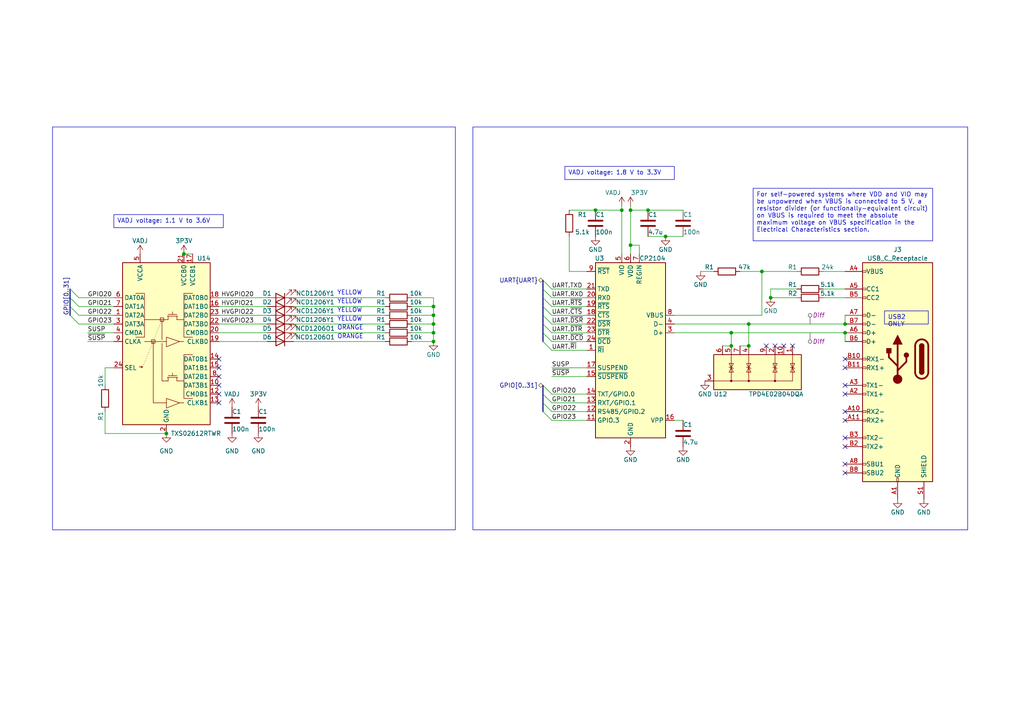
<source format=kicad_sch>
(kicad_sch (version 20230121) (generator eeschema)
  (paper "A4")
  (title_block (title "UART") (date "2023-03-02") (rev "1.0.0") (company "CHIPS Alliance") (comment 1 "Rui Huang (2023-03-02)") (comment 2 "Rui Huang (2023-03-02)") (comment 4 "Rui Huang (2023-03-02)"))
  (lib_symbols
    (symbol "CHIPSAlliance_Connector:USB_C_Receptacle" (pin_names (offset 1.016))
      (property "Reference" "J" (at 0 1.27 0))
      (property "Value" "USB_C_Receptacle" (at 0 -64.77 0))
      (symbol "USB_C_Receptacle_0_0"
        (rectangle (start 9.906 -63.5) (end 10.414 -62.484))
        (rectangle (start 20.32 -60.706) (end 19.304 -61.214))
        (rectangle (start 20.32 -58.166) (end 19.304 -58.674))
        (rectangle (start 20.32 -53.086) (end 19.304 -53.594))
        (rectangle (start 20.32 -50.546) (end 19.304 -51.054))
        (rectangle (start 20.32 -45.466) (end 19.304 -45.974))
        (rectangle (start 20.32 -42.926) (end 19.304 -43.434))
        (rectangle (start 20.32 -37.846) (end 19.304 -38.354))
        (rectangle (start 20.32 -35.306) (end 19.304 -35.814))
        (rectangle (start 20.32 -30.226) (end 19.304 -30.734))
        (rectangle (start 20.32 -27.686) (end 19.304 -28.194))
        (rectangle (start 20.32 -22.606) (end 19.304 -23.114))
        (rectangle (start 20.32 -20.066) (end 19.304 -20.574))
        (rectangle (start 20.32 -17.526) (end 19.304 -18.034))
        (rectangle (start 20.32 -14.986) (end 19.304 -15.494))
        (rectangle (start 20.32 -9.906) (end 19.304 -10.414))
        (rectangle (start 20.32 -7.366) (end 19.304 -7.874))
        (rectangle (start 20.32 -2.286) (end 19.304 -2.794))
      )
      (symbol "USB_C_Receptacle_0_1"
        (polyline (pts (xy 1.27 -31.75) (xy 1.27 -24.13)) (stroke (width 0.508)))
        (polyline (pts (xy 5.08 -24.13) (xy 5.08 -31.75)) (stroke (width 0.508)))
        (rectangle (start 0 0) (end 20.32 -63.5) (stroke (width 0.254)) (fill (type background)))
        (arc (start 1.27 -31.75) (mid 3.175 -33.6467) (end 5.08 -31.75) (stroke (width 0.508)))
        (arc (start 2.54 -31.75) (mid 3.175 -32.3823) (end 3.81 -31.75) (stroke (width 0.254)))
        (arc (start 2.54 -31.75) (mid 3.175 -32.3823) (end 3.81 -31.75) (stroke (width 0.254)) (fill (type outline)))
        (rectangle (start 2.54 -31.75) (end 3.81 -24.13) (stroke (width 0.254)) (fill (type outline)))
        (arc (start 3.81 -24.13) (mid 3.175 -23.4977) (end 2.54 -24.13) (stroke (width 0.254)))
        (arc (start 3.81 -24.13) (mid 3.175 -23.4977) (end 2.54 -24.13) (stroke (width 0.254)) (fill (type outline)))
        (arc (start 5.08 -24.13) (mid 3.175 -22.2333) (end 1.27 -24.13) (stroke (width 0.508)))
      )
      (symbol "USB_C_Receptacle_1_1"
        (polyline (pts (xy 10.16 -33.782) (xy 10.16 -23.622)) (stroke (width 0.508)))
        (polyline (pts (xy 10.16 -31.242) (xy 7.62 -28.702) (xy 7.62 -27.432)) (stroke (width 0.508)))
        (polyline (pts (xy 10.16 -29.972) (xy 12.7 -27.432) (xy 12.7 -26.162)) (stroke (width 0.508)))
        (polyline (pts (xy 8.89 -23.622) (xy 10.16 -21.082) (xy 11.43 -23.622) (xy 8.89 -23.622)) (stroke (width 0.254)) (fill (type outline)))
        (circle (center 7.62 -26.797) (radius 0.635) (stroke (width 0.254)) (fill (type outline)))
        (circle (center 10.16 -33.782) (radius 1.27) (fill (type outline)))
        (rectangle (start 12.065 -26.162) (end 13.335 -24.892) (stroke (width 0.254)) (fill (type outline)))
        (pin passive line (at 10.16 -68.58 90) (length 5.08) (name "GND") (number "A1"))
        (pin bidirectional line (at 25.4 -43.18 180) (length 5.08) (name "RX2-") (number "A10"))
        (pin bidirectional line (at 25.4 -45.72 180) (length 5.08) (name "RX2+") (number "A11"))
        (pin passive line (at 10.16 -68.58 90) (length 5.08) hide (name "GND") (number "A12"))
        (pin bidirectional line (at 25.4 -38.1 180) (length 5.08) (name "TX1+") (number "A2"))
        (pin bidirectional line (at 25.4 -35.56 180) (length 5.08) (name "TX1-") (number "A3"))
        (pin passive line (at 25.4 -2.54 180) (length 5.08) (name "VBUS") (number "A4"))
        (pin bidirectional line (at 25.4 -7.62 180) (length 5.08) (name "CC1") (number "A5"))
        (pin bidirectional line (at 25.4 -20.32 180) (length 5.08) (name "D+") (number "A6"))
        (pin bidirectional line (at 25.4 -15.24 180) (length 5.08) (name "D-") (number "A7"))
        (pin bidirectional line (at 25.4 -58.42 180) (length 5.08) (name "SBU1") (number "A8"))
        (pin passive line (at 25.4 -2.54 180) (length 5.08) hide (name "VBUS") (number "A9"))
        (pin passive line (at 10.16 -68.58 90) (length 5.08) hide (name "GND") (number "B1"))
        (pin bidirectional line (at 25.4 -27.94 180) (length 5.08) (name "RX1-") (number "B10"))
        (pin bidirectional line (at 25.4 -30.48 180) (length 5.08) (name "RX1+") (number "B11"))
        (pin passive line (at 10.16 -68.58 90) (length 5.08) hide (name "GND") (number "B12"))
        (pin bidirectional line (at 25.4 -53.34 180) (length 5.08) (name "TX2+") (number "B2"))
        (pin bidirectional line (at 25.4 -50.8 180) (length 5.08) (name "TX2-") (number "B3"))
        (pin passive line (at 25.4 -2.54 180) (length 5.08) hide (name "VBUS") (number "B4"))
        (pin bidirectional line (at 25.4 -10.16 180) (length 5.08) (name "CC2") (number "B5"))
        (pin bidirectional line (at 25.4 -22.86 180) (length 5.08) (name "D+") (number "B6"))
        (pin bidirectional line (at 25.4 -17.78 180) (length 5.08) (name "D-") (number "B7"))
        (pin bidirectional line (at 25.4 -60.96 180) (length 5.08) (name "SBU2") (number "B8"))
        (pin passive line (at 25.4 -2.54 180) (length 5.08) hide (name "VBUS") (number "B9"))
        (pin passive line (at 2.54 -68.58 90) (length 5.08) (name "SHIELD") (number "S1"))
      )
    )
    (symbol "CHIPSAlliance_Interface:CP2104"
      (property "Reference" "U" (at 0 1.27 0))
      (property "Value" "CP2104" (at 0 -52.07 0))
      (symbol "CP2104_1_1"
        (rectangle (start 0 0) (end 20.32 -50.8) (stroke (width 0.254)) (fill (type background)))
        (pin input line (at 22.86 -25.4 180) (length 2.54) (name "~{RI}") (number "1"))
        (pin no_connect line (at 22.86 -5.08 180) (length 2.54) hide (name "NC") (number "10"))
        (pin bidirectional line (at 22.86 -45.72 180) (length 2.54) (name "GPIO.3") (number "11"))
        (pin bidirectional line (at 22.86 -43.18 180) (length 2.54) (name "RS485/GPIO.2") (number "12"))
        (pin bidirectional line (at 22.86 -40.64 180) (length 2.54) (name "RXT/GPIO.1") (number "13"))
        (pin bidirectional line (at 22.86 -38.1 180) (length 2.54) (name "TXT/GPIO.0") (number "14"))
        (pin output line (at 22.86 -33.02 180) (length 2.54) (name "~{SUSPEND}") (number "15"))
        (pin passive line (at -2.54 -45.72 0) (length 2.54) (name "VPP") (number "16"))
        (pin output line (at 22.86 -30.48 180) (length 2.54) (name "SUSPEND") (number "17"))
        (pin input line (at 22.86 -15.24 180) (length 2.54) (name "~{CTS}") (number "18"))
        (pin output line (at 22.86 -12.7 180) (length 2.54) (name "~{RTS}") (number "19"))
        (pin power_in line (at 10.16 -53.34 90) (length 2.54) (name "GND") (number "2"))
        (pin input line (at 22.86 -10.16 180) (length 2.54) (name "RXD") (number "20"))
        (pin output line (at 22.86 -7.62 180) (length 2.54) (name "TXD") (number "21"))
        (pin input line (at 22.86 -17.78 180) (length 2.54) (name "~{DSR}") (number "22"))
        (pin output line (at 22.86 -20.32 180) (length 2.54) (name "~{DTR}") (number "23"))
        (pin input line (at 22.86 -22.86 180) (length 2.54) (name "~{DCD}") (number "24"))
        (pin passive line (at 10.16 -53.34 90) (length 2.54) hide (name "GND") (number "25"))
        (pin bidirectional line (at -2.54 -20.32 0) (length 2.54) (name "D+") (number "3"))
        (pin bidirectional line (at -2.54 -17.78 0) (length 2.54) (name "D-") (number "4"))
        (pin power_in line (at 12.7 2.54 270) (length 2.54) (name "VIO") (number "5"))
        (pin power_in line (at 10.16 2.54 270) (length 2.54) (name "VDD") (number "6"))
        (pin power_in line (at 7.62 2.54 270) (length 2.54) (name "REGIN") (number "7"))
        (pin input line (at -2.54 -15.24 0) (length 2.54) (name "VBUS") (number "8"))
        (pin bidirectional line (at 22.86 -2.54 180) (length 2.54) (name "~{RST}") (number "9"))
      )
    )
    (symbol "CHIPSAlliance_Logic:TXS02612RTWR"
      (property "Reference" "U" (at 1.27 1.27 0))
      (property "Value" "TXS02612RTWR" (at 0 -48.26 0))
      (symbol "TXS02612RTWR_0_1"
        (polyline (pts (xy 4.826 -30.226) (xy 5.842 -30.226)))
        (polyline (pts (xy 6.35 -22.86) (xy 12.7 -22.86)))
        (polyline (pts (xy 11.43 -22.352) (xy 11.43 -16.51)))
        (polyline (pts (xy 11.43 -16.51) (xy 5.842 -30.226)) (stroke (width 0) (type dot)))
        (polyline (pts (xy 16.51 -40.64) (xy 17.78 -40.64)))
        (polyline (pts (xy 16.51 -22.86) (xy 17.78 -22.86)))
        (polyline (pts (xy 17.78 -21.59) (xy 17.78 -21.59)))
        (polyline (pts (xy 5.334 -29.972) (xy 5.842 -30.226) (xy 5.334 -30.48)))
        (polyline (pts (xy 8.89 -22.86) (xy 8.89 -40.64) (xy 12.7 -40.64)))
        (polyline (pts (xy 11.43 -23.368) (xy 11.43 -34.29) (xy 12.7 -34.29)))
        (polyline (pts (xy 3.81 -8.89) (xy 6.35 -8.89) (xy 6.35 -21.59) (xy 3.81 -21.59)))
        (polyline (pts (xy 12.7 -39.37) (xy 12.7 -42.164) (xy 16.51 -40.64) (xy 12.7 -39.37)))
        (polyline (pts (xy 12.7 -21.59) (xy 12.7 -24.384) (xy 16.51 -22.86) (xy 12.7 -21.59)))
        (polyline (pts (xy 20.32 -26.67) (xy 17.78 -26.67) (xy 17.78 -39.37) (xy 20.32 -39.37)))
        (polyline (pts (xy 20.32 -8.89) (xy 17.78 -8.89) (xy 17.78 -21.59) (xy 20.32 -21.59)))
        (polyline (pts (xy 8.382 -23.368) (xy 9.398 -23.368) (xy 9.398 -22.352) (xy 8.382 -22.352) (xy 8.382 -23.368)))
        (polyline (pts (xy 10.922 -17.018) (xy 11.938 -17.018) (xy 11.938 -16.002) (xy 10.922 -16.002) (xy 10.922 -17.018)))
        (rectangle (start 0 0) (end 25.4 -46.99) (stroke (width 0.254)) (fill (type background)))
      )
      (symbol "TXS02612RTWR_1_0"
        (pin bidirectional line (at 27.94 -35.56 180) (length 2.54) (name "DAT3B1") (number "10"))
        (pin power_in line (at 12.7 -49.53 90) (length 2.54) hide (name "GND") (number "11"))
        (pin bidirectional line (at 27.94 -38.1 180) (length 2.54) (name "CMDB1") (number "12"))
        (pin output line (at 27.94 -40.64 180) (length 2.54) (name "CLKB1") (number "13"))
        (pin bidirectional line (at 27.94 -27.94 180) (length 2.54) (name "DAT0B1") (number "14"))
        (pin bidirectional line (at 27.94 -30.48 180) (length 2.54) (name "DAT1B1") (number "15"))
        (pin bidirectional line (at 27.94 -12.7 180) (length 2.54) (name "DAT1B0") (number "16"))
        (pin power_in line (at 20.32 2.54 270) (length 2.54) (name "VCCB1") (number "17"))
        (pin bidirectional line (at 27.94 -10.16 180) (length 2.54) (name "DAT0B0") (number "18"))
        (pin output line (at 27.94 -22.86 180) (length 2.54) (name "CLKB0") (number "19"))
        (pin power_in line (at 12.7 -49.53 90) (length 2.54) (name "GND") (number "2"))
        (pin bidirectional line (at 27.94 -20.32 180) (length 2.54) (name "CMDB0") (number "20"))
        (pin power_in line (at 17.78 2.54 270) (length 2.54) (name "VCCB0") (number "21"))
        (pin bidirectional line (at 27.94 -17.78 180) (length 2.54) (name "DAT3B0") (number "22"))
        (pin bidirectional line (at 27.94 -15.24 180) (length 2.54) (name "DAT2B0") (number "23"))
        (pin input line (at -2.54 -30.48 0) (length 2.54) (name "SEL") (number "24"))
        (pin bidirectional line (at -2.54 -12.7 0) (length 2.54) (name "DAT1A") (number "7"))
        (pin bidirectional line (at 27.94 -33.02 180) (length 2.54) (name "DAT2B1") (number "8"))
        (pin input line (at -2.54 -22.86 0) (length 2.54) (name "CLKA") (number "9"))
      )
      (symbol "TXS02612RTWR_1_1"
        (polyline (pts (xy 6.35 -16.51) (xy 13.208 -16.51)))
        (polyline (pts (xy 12.7 -34.29) (xy 13.208 -34.29)))
        (polyline (pts (xy 12.954 -33.274) (xy 16.002 -33.274)))
        (polyline (pts (xy 12.954 -15.494) (xy 16.002 -15.494)))
        (polyline (pts (xy 13.208 -34.29) (xy 13.208 -33.274)))
        (polyline (pts (xy 13.208 -32.766) (xy 15.748 -32.766)))
        (polyline (pts (xy 13.208 -16.51) (xy 13.208 -15.494)))
        (polyline (pts (xy 13.208 -14.986) (xy 15.748 -14.986)))
        (polyline (pts (xy 14.478 -32.766) (xy 14.478 -32.004)))
        (polyline (pts (xy 14.478 -14.986) (xy 14.478 -14.224)))
        (polyline (pts (xy 15.748 -34.29) (xy 15.748 -33.274)))
        (polyline (pts (xy 15.748 -16.51) (xy 15.748 -15.494)))
        (polyline (pts (xy 17.78 -34.29) (xy 15.748 -34.29)))
        (polyline (pts (xy 17.78 -16.51) (xy 15.748 -16.51)))
        (pin bidirectional line (at -2.54 -15.24 0) (length 2.54) (name "DAT2A") (number "1"))
        (pin input line (at 12.7 -49.53 90) (length 2.54) hide (name "GND") (number "25"))
        (pin bidirectional line (at -2.54 -17.78 0) (length 2.54) (name "DAT3A") (number "3"))
        (pin bidirectional line (at -2.54 -20.32 0) (length 2.54) (name "CMDA") (number "4"))
        (pin power_in line (at 5.08 2.54 270) (length 2.54) (name "VCCA") (number "5"))
        (pin bidirectional line (at -2.54 -10.16 0) (length 2.54) (name "DAT0A") (number "6"))
      )
    )
    (symbol "CHIPSAlliance_Power:3P3V" (power) (pin_names (offset 0))
      (property "Value" "3P3V" (at 0 3.81 0))
      (symbol "3P3V_0_1"
        (polyline (pts (xy -0.762 1.27) (xy 0 2.54)))
        (polyline (pts (xy 0 0) (xy 0 2.54)))
        (polyline (pts (xy 0 2.54) (xy 0.762 1.27)))
      )
      (symbol "3P3V_1_1"
        (pin power_in line (at 0 0 90) (length 0) hide (name "3P3V") (number "1"))
      )
    )
    (symbol "CHIPSAlliance_Power:GND" (power) (pin_names (offset 0))
      (property "Value" "GND" (at 0 -3.81 0))
      (symbol "GND_0_1"
        (polyline (pts (xy 0 0) (xy 0 -1.27) (xy 1.27 -1.27) (xy 0 -2.54) (xy -1.27 -1.27) (xy 0 -1.27)))
      )
      (symbol "GND_1_1"
        (pin power_in line (at 0 0 270) (length 0) hide (name "GND") (number "1"))
      )
    )
    (symbol "CHIPSAlliance_Power:VADJ" (power) (pin_names (offset 0))
      (property "Value" "VADJ" (at 0 3.81 0))
      (symbol "VADJ_0_1"
        (polyline (pts (xy -0.762 1.27) (xy 0 2.54)))
        (polyline (pts (xy 0 0) (xy 0 2.54)))
        (polyline (pts (xy 0 2.54) (xy 0.762 1.27)))
      )
      (symbol "VADJ_1_1"
        (pin power_in line (at 0 0 90) (length 0) hide (name "VADJ") (number "1"))
      )
    )
    (symbol "Device:C" (pin_numbers hide) (pin_names (offset 0.254))
      (property "Reference" "C" (at 0.635 2.54 0))
      (property "Value" "C" (at 0.635 -2.54 0))
      (symbol "C_0_1"
        (polyline (pts (xy -2.032 -0.762) (xy 2.032 -0.762)) (stroke (width 0.508)))
        (polyline (pts (xy -2.032 0.762) (xy 2.032 0.762)) (stroke (width 0.508)))
      )
      (symbol "C_1_1"
        (pin passive line (at 0 3.81 270) (length 2.794) (name "~") (number "1"))
        (pin passive line (at 0 -3.81 90) (length 2.794) (name "~") (number "2"))
      )
    )
    (symbol "Device:LED" (pin_numbers hide) (pin_names (offset 1.016) hide)
      (property "Reference" "D" (at 0 2.54 0))
      (property "Value" "LED" (at 0 -2.54 0))
      (symbol "LED_0_1"
        (polyline (pts (xy -1.27 -1.27) (xy -1.27 1.27)) (stroke (width 0.254)))
        (polyline (pts (xy -1.27 0) (xy 1.27 0)))
        (polyline (pts (xy 1.27 -1.27) (xy 1.27 1.27) (xy -1.27 0) (xy 1.27 -1.27)) (stroke (width 0.254)))
        (polyline (pts (xy -3.048 -0.762) (xy -4.572 -2.286) (xy -3.81 -2.286) (xy -4.572 -2.286) (xy -4.572 -1.524)))
        (polyline (pts (xy -1.778 -0.762) (xy -3.302 -2.286) (xy -2.54 -2.286) (xy -3.302 -2.286) (xy -3.302 -1.524)))
      )
      (symbol "LED_1_1"
        (pin passive line (at -3.81 0 0) (length 2.54) (name "K") (number "1"))
        (pin passive line (at 3.81 0 180) (length 2.54) (name "A") (number "2"))
      )
    )
    (symbol "Device:R" (pin_numbers hide) (pin_names (offset 0))
      (property "Reference" "R" (at 2.032 0 90))
      (property "Value" "R" (at 0 0 90))
      (symbol "R_0_1"
        (rectangle (start -1.016 -2.54) (end 1.016 2.54) (stroke (width 0.254)))
      )
      (symbol "R_1_1"
        (pin passive line (at 0 3.81 270) (length 1.27) (name "~") (number "1"))
        (pin passive line (at 0 -3.81 90) (length 1.27) (name "~") (number "2"))
      )
    )
    (symbol "Power_Protection:TPD4E02B04DQA" (pin_names hide)
      (property "Reference" "U" (at 2.54 -11.43 0))
      (property "Value" "TPD4E02B04DQA" (at 7.62 1.905 0))
      (symbol "TPD4E02B04DQA_0_0"
        (pin passive line (at 2.54 -15.24 90) (length 2.54) (name "G") (number "3"))
      )
      (symbol "TPD4E02B04DQA_0_1"
        (rectangle (start -5.08 12.7) (end 5.08 -12.7) (stroke (width 0.254)) (fill (type background)))
        (polyline (pts (xy -5.08 -7.62) (xy 2.54 -7.62)))
        (polyline (pts (xy -5.08 -2.54) (xy 2.54 -2.54)))
        (polyline (pts (xy -5.08 5.08) (xy 2.54 5.08)))
        (polyline (pts (xy -5.08 10.16) (xy 2.54 10.16)))
        (polyline (pts (xy 2.54 10.16) (xy 2.54 -12.7)) (stroke (width 0.1524)))
        (polyline (pts (xy -1.27 -7.62) (xy 0 -8.255) (xy 0 -6.985) (xy -1.27 -7.62)))
        (polyline (pts (xy -1.27 -2.54) (xy 0 -3.175) (xy 0 -1.905) (xy -1.27 -2.54)))
        (polyline (pts (xy -1.27 5.08) (xy 0 4.445) (xy 0 5.715) (xy -1.27 5.08)))
        (polyline (pts (xy -1.27 10.16) (xy 0 9.525) (xy 0 10.795) (xy -1.27 10.16)))
        (circle (center 2.54 -7.62) (radius 0.254) (fill (type outline)))
        (circle (center 2.54 -2.54) (radius 0.254) (fill (type outline)))
        (circle (center 2.54 5.08) (radius 0.254) (fill (type outline)))
      )
      (symbol "TPD4E02B04DQA_1_1"
        (polyline (pts (xy -1.524 -8.255) (xy -1.27 -8.001) (xy -1.27 -7.239) (xy -1.016 -6.985)))
        (polyline (pts (xy -1.524 -3.175) (xy -1.27 -2.921) (xy -1.27 -2.159) (xy -1.016 -1.905)))
        (polyline (pts (xy -1.524 4.445) (xy -1.27 4.699) (xy -1.27 5.461) (xy -1.016 5.715)))
        (polyline (pts (xy -1.524 9.525) (xy -1.27 9.779) (xy -1.27 10.541) (xy -1.016 10.795)))
        (polyline (pts (xy -1.27 -7.62) (xy -2.54 -8.255) (xy -2.54 -6.985) (xy -1.27 -7.62)))
        (polyline (pts (xy -1.27 -2.54) (xy -2.54 -3.175) (xy -2.54 -1.905) (xy -1.27 -2.54)))
        (polyline (pts (xy -1.27 5.08) (xy -2.54 4.445) (xy -2.54 5.715) (xy -1.27 5.08)))
        (polyline (pts (xy -1.27 10.16) (xy -2.54 9.525) (xy -2.54 10.795) (xy -1.27 10.16)))
        (pin passive line (at -7.62 10.16 0) (length 2.54) (name "IO1") (number "1"))
        (pin free line (at -7.62 7.62 0) (length 2.54) (name "NC") (number "10"))
        (pin passive line (at -7.62 5.08 0) (length 2.54) (name "IO2") (number "2"))
        (pin passive line (at -7.62 -2.54 0) (length 2.54) (name "IO3") (number "4"))
        (pin passive line (at -7.62 -7.62 0) (length 2.54) (name "IO4") (number "5"))
        (pin free line (at -7.62 -10.16 0) (length 2.54) (name "NC") (number "6"))
        (pin free line (at -7.62 -5.08 0) (length 2.54) (name "NC") (number "7"))
        (pin passive line (at 2.54 -15.24 90) (length 2.54) hide (name "G") (number "8"))
        (pin free line (at -7.62 2.54 0) (length 2.54) (name "NC") (number "9"))
      )
    )
  )
  (bus_alias "UART" (members "TXD" "RXD" "~{RTS}" "~{CTS}" "~{DSR}" "~{DTR}" "~{DCD}" "~{RI}"))
  (bus_alias "SDIO" (members "DAT0" "DAT1" "DAT2" "DAT3" "CMD" "CLK"))
  (junction (at 182.88 60.96))
  (junction (at 172.72 60.96))
  (junction (at 187.96 60.96))
  (junction (at 180.34 60.96))
  (junction (at 245.11 93.98))
  (junction (at 125.73 96.52))
  (junction (at 212.09 100.33))
  (junction (at 48.26 125.73))
  (junction (at 212.09 96.52))
  (junction (at 223.52 86.36))
  (junction (at 217.17 100.33))
  (junction (at 245.11 96.52))
  (junction (at 125.73 91.44))
  (junction (at 217.17 93.98))
  (junction (at 125.73 99.06))
  (junction (at 125.73 93.98))
  (junction (at 182.88 71.12))
  (junction (at 220.98 78.74))
  (junction (at 53.34 73.66))
  (junction (at 125.73 88.9))
  (junction (at 193.04 68.58))
  (no_connect (at 245.11 137.16))
  (no_connect (at 245.11 111.76))
  (no_connect (at 245.11 134.62))
  (no_connect (at 245.11 114.3))
  (no_connect (at 63.5 111.76))
  (no_connect (at 63.5 116.84))
  (no_connect (at 245.11 129.54))
  (no_connect (at 63.5 106.68))
  (no_connect (at 245.11 127))
  (no_connect (at 63.5 114.3))
  (no_connect (at 245.11 104.14))
  (no_connect (at 229.87 100.33))
  (no_connect (at 245.11 119.38))
  (no_connect (at 227.33 100.33))
  (no_connect (at 63.5 109.22))
  (no_connect (at 63.5 104.14))
  (no_connect (at 224.79 100.33))
  (no_connect (at 245.11 121.92))
  (no_connect (at 222.25 100.33))
  (no_connect (at 245.11 106.68))
  (bus_entry (at 160.02 88.9) (size -2.54 -2.54))
  (bus_entry (at 157.48 119.38) (size 2.54 2.54))
  (bus_entry (at 157.48 114.3) (size 2.54 2.54))
  (bus_entry (at 160.02 86.36) (size -2.54 -2.54))
  (bus_entry (at 22.86 88.9) (size -2.54 -2.54))
  (bus_entry (at 160.02 99.06) (size -2.54 -2.54))
  (bus_entry (at 160.02 91.44) (size -2.54 -2.54))
  (bus_entry (at 160.02 101.6) (size -2.54 -2.54))
  (bus_entry (at 160.02 83.82) (size -2.54 -2.54))
  (bus_entry (at 160.02 93.98) (size -2.54 -2.54))
  (bus_entry (at 22.86 86.36) (size -2.54 -2.54))
  (bus_entry (at 22.86 91.44) (size -2.54 -2.54))
  (bus_entry (at 157.48 116.84) (size 2.54 2.54))
  (bus_entry (at 157.48 111.76) (size 2.54 2.54))
  (bus_entry (at 160.02 96.52) (size -2.54 -2.54))
  (bus_entry (at 22.86 93.98) (size -2.54 -2.54))
  (wire (pts (xy 125.73 96.52) (xy 125.73 99.06)))
  (wire (pts (xy 185.42 71.12) (xy 185.42 73.66)))
  (wire (pts (xy 212.09 96.52) (xy 245.11 96.52)))
  (wire (pts (xy 238.76 78.74) (xy 245.11 78.74)))
  (wire (pts (xy 85.09 93.98) (xy 111.76 93.98)))
  (bus (pts (xy 157.48 93.98) (xy 157.48 96.52)))
  (wire (pts (xy 85.09 91.44) (xy 111.76 91.44)))
  (wire (pts (xy 238.76 86.36) (xy 245.11 86.36)))
  (wire (pts (xy 180.34 60.96) (xy 180.34 73.66)))
  (bus (pts (xy 20.32 86.36) (xy 20.32 88.9)))
  (wire (pts (xy 63.5 99.06) (xy 77.47 99.06)))
  (wire (pts (xy 165.1 78.74) (xy 170.18 78.74)))
  (bus (pts (xy 20.32 83.82) (xy 20.32 86.36)))
  (wire (pts (xy 119.38 99.06) (xy 125.73 99.06)))
  (wire (pts (xy 160.02 96.52) (xy 170.18 96.52)))
  (wire (pts (xy 245.11 96.52) (xy 245.11 99.06)))
  (wire (pts (xy 119.38 93.98) (xy 125.73 93.98)))
  (wire (pts (xy 245.11 91.44) (xy 245.11 93.98)))
  (wire (pts (xy 119.38 96.52) (xy 125.73 96.52)))
  (bus (pts (xy 20.32 88.9) (xy 20.32 91.44)))
  (wire (pts (xy 85.09 99.06) (xy 111.76 99.06)))
  (wire (pts (xy 195.58 96.52) (xy 212.09 96.52)))
  (wire (pts (xy 220.98 78.74) (xy 220.98 91.44)))
  (wire (pts (xy 33.02 96.52) (xy 25.4 96.52)))
  (wire (pts (xy 160.02 114.3) (xy 170.18 114.3)))
  (bus (pts (xy 157.48 111.76) (xy 157.48 114.3)))
  (wire (pts (xy 160.02 109.22) (xy 170.18 109.22)))
  (bus (pts (xy 157.48 83.82) (xy 157.48 86.36)))
  (wire (pts (xy 217.17 93.98) (xy 217.17 100.33)))
  (bus (pts (xy 157.48 81.28) (xy 157.48 83.82)))
  (wire (pts (xy 165.1 68.58) (xy 165.1 78.74)))
  (wire (pts (xy 160.02 116.84) (xy 170.18 116.84)))
  (bus (pts (xy 157.48 86.36) (xy 157.48 88.9)))
  (wire (pts (xy 238.76 83.82) (xy 245.11 83.82)))
  (bus (pts (xy 157.48 116.84) (xy 157.48 119.38)))
  (wire (pts (xy 125.73 93.98) (xy 125.73 96.52)))
  (wire (pts (xy 187.96 60.96) (xy 198.12 60.96)))
  (wire (pts (xy 63.5 86.36) (xy 77.47 86.36)))
  (wire (pts (xy 63.5 96.52) (xy 77.47 96.52)))
  (wire (pts (xy 198.12 121.92) (xy 195.58 121.92)))
  (wire (pts (xy 22.86 88.9) (xy 33.02 88.9)))
  (wire (pts (xy 160.02 106.68) (xy 170.18 106.68)))
  (wire (pts (xy 160.02 86.36) (xy 170.18 86.36)))
  (wire (pts (xy 160.02 83.82) (xy 170.18 83.82)))
  (wire (pts (xy 125.73 91.44) (xy 125.73 93.98)))
  (wire (pts (xy 223.52 86.36) (xy 231.14 86.36)))
  (wire (pts (xy 30.48 125.73) (xy 48.26 125.73)))
  (wire (pts (xy 209.55 100.33) (xy 212.09 100.33)))
  (wire (pts (xy 119.38 91.44) (xy 125.73 91.44)))
  (wire (pts (xy 160.02 91.44) (xy 170.18 91.44)))
  (wire (pts (xy 160.02 99.06) (xy 170.18 99.06)))
  (wire (pts (xy 119.38 86.36) (xy 125.73 86.36)))
  (wire (pts (xy 160.02 101.6) (xy 170.18 101.6)))
  (wire (pts (xy 223.52 83.82) (xy 231.14 83.82)))
  (wire (pts (xy 165.1 60.96) (xy 172.72 60.96)))
  (wire (pts (xy 182.88 60.96) (xy 187.96 60.96)))
  (wire (pts (xy 172.72 60.96) (xy 180.34 60.96)))
  (wire (pts (xy 22.86 93.98) (xy 33.02 93.98)))
  (wire (pts (xy 223.52 83.82) (xy 223.52 86.36)))
  (wire (pts (xy 212.09 96.52) (xy 212.09 100.33)))
  (wire (pts (xy 160.02 88.9) (xy 170.18 88.9)))
  (wire (pts (xy 125.73 88.9) (xy 125.73 91.44)))
  (bus (pts (xy 157.48 114.3) (xy 157.48 116.84)))
  (wire (pts (xy 85.09 88.9) (xy 111.76 88.9)))
  (wire (pts (xy 63.5 88.9) (xy 77.47 88.9)))
  (wire (pts (xy 182.88 71.12) (xy 182.88 73.66)))
  (wire (pts (xy 214.63 100.33) (xy 217.17 100.33)))
  (wire (pts (xy 119.38 88.9) (xy 125.73 88.9)))
  (wire (pts (xy 182.88 60.96) (xy 182.88 71.12)))
  (wire (pts (xy 220.98 78.74) (xy 231.14 78.74)))
  (wire (pts (xy 30.48 106.68) (xy 33.02 106.68)))
  (bus (pts (xy 157.48 88.9) (xy 157.48 91.44)))
  (wire (pts (xy 214.63 78.74) (xy 220.98 78.74)))
  (wire (pts (xy 85.09 86.36) (xy 111.76 86.36)))
  (bus (pts (xy 157.48 96.52) (xy 157.48 99.06)))
  (wire (pts (xy 30.48 106.68) (xy 30.48 111.76)))
  (wire (pts (xy 195.58 91.44) (xy 220.98 91.44)))
  (bus (pts (xy 157.48 91.44) (xy 157.48 93.98)))
  (wire (pts (xy 53.34 73.66) (xy 55.88 73.66)))
  (wire (pts (xy 182.88 71.12) (xy 185.42 71.12)))
  (wire (pts (xy 63.5 91.44) (xy 77.47 91.44)))
  (wire (pts (xy 187.96 68.58) (xy 193.04 68.58)))
  (wire (pts (xy 217.17 93.98) (xy 245.11 93.98)))
  (wire (pts (xy 195.58 93.98) (xy 217.17 93.98)))
  (wire (pts (xy 160.02 119.38) (xy 170.18 119.38)))
  (wire (pts (xy 160.02 121.92) (xy 170.18 121.92)))
  (wire (pts (xy 85.09 96.52) (xy 111.76 96.52)))
  (wire (pts (xy 22.86 86.36) (xy 33.02 86.36)))
  (wire (pts (xy 180.34 59.69) (xy 180.34 60.96)))
  (wire (pts (xy 198.12 68.58) (xy 193.04 68.58)))
  (wire (pts (xy 125.73 86.36) (xy 125.73 88.9)))
  (wire (pts (xy 203.2 78.74) (xy 207.01 78.74)))
  (wire (pts (xy 22.86 91.44) (xy 33.02 91.44)))
  (wire (pts (xy 30.48 119.38) (xy 30.48 125.73)))
  (wire (pts (xy 182.88 59.69) (xy 182.88 60.96)))
  (wire (pts (xy 160.02 93.98) (xy 170.18 93.98)))
  (wire (pts (xy 25.4 99.06) (xy 33.02 99.06)))
  (wire (pts (xy 63.5 93.98) (xy 77.47 93.98)))
  (rectangle (start 137.16 36.83) (end 280.67 153.67))
  (rectangle (start 15.24 36.83) (end 132.08 153.67))
  (text_box "VADJ voltage: 1.1 V to 3.6V" (at 33.02 62.23 0) (size 31.75 3.81) (effects (font (size 1.27 1.27)) (justify left top)))
  (text_box "USB2 ONLY" (at 256.54 90.17 0) (size 12.7 3.81) (effects (font (size 1.27 1.27)) (justify left top)))
  (text_box "VADJ voltage: 1.8 V to 3.3V" (at 163.83 48.26 0) (size 31.75 3.81) (effects (font (size 1.27 1.27)) (justify left top)))
  (text_box "For self-powered systems where VDD and VIO may be unpowered when VBUS is connected to 5 V, a resistor divider (or functionally-equivalent circuit) on VBUS is required to meet the absolute maximum voltage on VBUS specification in the Electrical Characteristics section." (at 218.44 54.61 0) (size 52.07 15.24) (effects (font (size 1.27 1.27)) (justify left top)))
  (text "YELLOW" (at 97.79 85.725 0) (effects (font (size 1.27 1.27)) (justify left bottom)))
  (text "ORANGE" (at 97.79 98.425 0) (effects (font (size 1.27 1.27)) (justify left bottom)))
  (text "YELLOW" (at 97.79 90.805 0) (effects (font (size 1.27 1.27)) (justify left bottom)))
  (text "ORANGE" (at 97.79 95.885 0) (effects (font (size 1.27 1.27)) (justify left bottom)))
  (text "YELLOW" (at 97.79 88.265 0) (effects (font (size 1.27 1.27)) (justify left bottom)))
  (text "YELLOW" (at 97.79 93.345 0) (effects (font (size 1.27 1.27)) (justify left bottom)))
  (label "~{SUSP}" (at 25.4 99.06 0))
  (label "~{SUSP}" (at 160.02 109.22 0))
  (label "HVGPIO20" (at 73.66 86.36 180))
  (label "UART.TXD" (at 160.02 83.82 0))
  (label "GPIO[0..31]" (at 20.32 91.44 90))
  (label "UART.~{RTS}" (at 160.02 88.9 0))
  (label "GPIO22" (at 25.4 91.44 0))
  (label "GPIO22" (at 160.02 119.38 0))
  (label "GPIO21" (at 160.02 116.84 0))
  (label "HVGPIO22" (at 73.66 91.44 180))
  (label "UART.~{DSR}" (at 160.02 93.98 0))
  (label "HVGPIO21" (at 73.66 88.9 180))
  (label "SUSP" (at 25.4 96.52 0))
  (label "GPIO21" (at 25.4 88.9 0))
  (label "GPIO20" (at 160.02 114.3 0))
  (label "UART.~{RI}" (at 160.02 101.6 0))
  (label "UART.RXD" (at 160.02 86.36 0))
  (label "GPIO23" (at 25.4 93.98 0))
  (label "UART.~{DTR}" (at 160.02 96.52 0))
  (label "SUSP" (at 160.02 106.68 0))
  (label "UART.~{DCD}" (at 160.02 99.06 0))
  (label "HVGPIO23" (at 73.66 93.98 180))
  (label "GPIO23" (at 160.02 121.92 0))
  (label "GPIO20" (at 25.4 86.36 0))
  (label "UART.~{CTS}" (at 160.02 91.44 0))
  (hierarchical_label "UART{UART}" (shape tri_state) (at 157.48 81.28 180))
  (hierarchical_label "GPIO[0..31]" (shape tri_state) (at 157.48 111.76 180))
  (netclass_flag "" (length 2.54) (shape round) (at 234.95 93.98 0) (property "Netclass" "Diff" (at 235.6485 91.44 0) (effects (font italic) (justify left))))
  (netclass_flag "" (length 2.54) (shape round) (at 234.95 96.52 180) (property "Netclass" "Diff" (at 235.6485 99.06 0) (effects (font italic) (justify left))))
  (symbol (lib_id "Device:R") (at 115.57 93.98 90) (unit 1)
    (property "Reference" "R1" (at 110.49 92.71 90))
    (property "Value" "10k" (at 120.65 92.71 90))
    (property "Footprint" "Resistor_SMD:R_0402_1005Metric" (effects hide))
    (instances (project "fmc_usb_gpio_spi_jtag" (path "" (reference "R1") (unit 1)) (path "" (reference "R8") (unit 1))))
  )
  (symbol (lib_id "Device:R") (at 234.95 78.74 90) (unit 1)
    (property "Reference" "R1" (at 229.87 77.47 90))
    (property "Value" "24k" (at 240.03 77.47 90))
    (property "Footprint" "Resistor_SMD:R_0402_1005Metric" (effects hide))
    (instances (project "fmc_usb_gpio_spi_jtag" (path "" (reference "R1") (unit 1)) (path "" (reference "R36") (unit 1))))
  )
  (symbol (lib_id "Device:R") (at 115.57 99.06 90) (unit 1)
    (property "Reference" "R1" (at 110.49 97.79 90))
    (property "Value" "10k" (at 120.65 97.79 90))
    (property "Footprint" "Resistor_SMD:R_0402_1005Metric" (effects hide))
    (instances (project "fmc_usb_gpio_spi_jtag" (path "" (reference "R1") (unit 1)) (path "" (reference "R10") (unit 1))))
  )
  (symbol (lib_id "CHIPSAlliance_Power:VADJ") (at 67.31 118.11 0) (unit 1)
    (property "Reference" "#PWR0249" (effects hide))
    (property "Value" "VADJ" (at 67.31 114.3 0))
    (instances (project "fmc_usb_gpio_spi_jtag" (path "" (reference "#PWR0249") (unit 1)) (path "" (reference "#PWR0278") (unit 1))))
  )
  (symbol (lib_id "Power_Protection:TPD4E02B04DQA") (at 219.71 107.95 270) (unit 1)
    (property "Reference" "U12" (at 207.01 114.3 90) (effects (justify left)))
    (property "Value" "TPD4E02B04DQA" (at 217.17 114.3 90) (effects (justify left)))
    (property "Footprint" "Package_SON:USON-10_2.5x1.0mm_P0.5mm" (effects hide))
    (property "Datasheet" "http://www.ti.com/lit/ds/symlink/tpd4e02b04.pdf" (effects hide))
  )
  (symbol (lib_id "Device:LED") (at 81.28 86.36 180) (unit 1)
    (property "Reference" "D1" (at 77.47 85.09 0))
    (property "Value" "NCD1206Y1" (at 91.44 85.09 0))
    (property "Footprint" "LED_SMD:LED_1206_3216Metric" (effects hide))
    (property "Datasheet" "https://atta.szlcsc.com/upload/public/pdf/source/20200820/C93094_6F5D01A021C9A31E770105D1A06BBAC1.pdf" (effects hide))
  )
  (symbol (lib_id "Device:C") (at 198.12 125.73 0) (unit 1)
    (property "Reference" "C1" (at 198.12 123.19 0) (effects (justify left)))
    (property "Value" "4.7u" (at 198.12 128.27 0) (effects (justify left)))
    (property "Footprint" "Capacitor_SMD:C_0402_1005Metric" (effects hide))
    (instances (project "fmc_usb_gpio_spi_jtag" (path "" (reference "C1") (unit 1)) (path "" (reference "C2") (unit 1)) (path "" (reference "C5") (unit 1)) (path "" (reference "C9") (unit 1))))
  )
  (symbol (lib_id "Device:R") (at 115.57 86.36 90) (unit 1)
    (property "Reference" "R1" (at 110.49 85.09 90))
    (property "Value" "10k" (at 120.65 85.09 90))
    (property "Footprint" "Resistor_SMD:R_0402_1005Metric" (effects hide))
    (instances (project "fmc_usb_gpio_spi_jtag" (path "" (reference "R1") (unit 1)) (path "" (reference "R5") (unit 1))))
  )
  (symbol (lib_id "CHIPSAlliance_Power:GND") (at 223.52 86.36 0) (unit 1)
    (property "Reference" "#PWR02" (effects hide))
    (property "Value" "GND" (at 223.52 90.17 0))
    (instances (project "fmc_usb_gpio_spi_jtag" (path "" (reference "#PWR02") (unit 1)) (path "" (reference "#PWR099") (unit 1)) (path "" (reference "#PWR093") (unit 1))))
  )
  (symbol (lib_id "Device:R") (at 210.82 78.74 90) (unit 1)
    (property "Reference" "R1" (at 205.74 77.47 90))
    (property "Value" "47k" (at 215.9 77.47 90))
    (property "Footprint" "Resistor_SMD:R_0402_1005Metric" (effects hide))
    (instances (project "fmc_usb_gpio_spi_jtag" (path "" (reference "R1") (unit 1)) (path "" (reference "R37") (unit 1))))
  )
  (symbol (lib_id "CHIPSAlliance_Power:3P3V") (at 74.93 118.11 0) (unit 1)
    (property "Reference" "#PWR0260" (effects hide))
    (property "Value" "3P3V" (at 74.93 114.3 0))
    (instances (project "fmc_usb_gpio_spi_jtag" (path "" (reference "#PWR0260") (unit 1)) (path "" (reference "#PWR0280") (unit 1))))
  )
  (symbol (lib_id "CHIPSAlliance_Logic:TXS02612RTWR") (at 35.56 76.2 0) (unit 1)
    (property "Reference" "U14" (at 57.15 74.93 0) (effects (justify left)))
    (property "Value" "TXS02612RTWR" (at 49.53 125.73 0) (effects (justify left)))
    (property "Footprint" "CHIPSAlliance_Logic:WQFN-24-1EP_4x4mm_P0.5mm_EP2.45x2.45mm" (effects hide))
    (property "Datasheet" "https://www.ti.com/lit/ds/symlink/txs02612.pdf" (effects hide))
    (instances (project "fmc_usb_gpio_spi_jtag" (path "" (reference "U14") (unit 1)) (path "" (reference "U26") (unit 1)) (path "" (reference "U27") (unit 1))))
  )
  (symbol (lib_id "Device:R") (at 115.57 88.9 90) (unit 1)
    (property "Reference" "R1" (at 110.49 87.63 90))
    (property "Value" "10k" (at 120.65 87.63 90))
    (property "Footprint" "Resistor_SMD:R_0402_1005Metric" (effects hide))
    (instances (project "fmc_usb_gpio_spi_jtag" (path "" (reference "R1") (unit 1)) (path "" (reference "R6") (unit 1))))
  )
  (symbol (lib_id "CHIPSAlliance_Power:GND") (at 204.47 110.49 0) (unit 1)
    (property "Reference" "#PWR02" (effects hide))
    (property "Value" "GND" (at 204.47 114.3 0))
    (instances (project "fmc_usb_gpio_spi_jtag" (path "" (reference "#PWR02") (unit 1)) (path "" (reference "#PWR099") (unit 1)) (path "" (reference "#PWR0234") (unit 1))))
  )
  (symbol (lib_id "CHIPSAlliance_Power:VADJ") (at 180.34 59.69 0) (unit 1)
    (property "Reference" "#PWR01" (effects hide))
    (property "Value" "VADJ" (at 177.8 55.88 0))
    (instances (project "fmc_usb_gpio_spi_jtag" (path "" (reference "#PWR01") (unit 1)) (path "" (reference "#PWR083") (unit 1)) (path "" (reference "#PWR087") (unit 1)) (path "" (reference "#PWR0100") (unit 1))))
  )
  (symbol (lib_id "Device:R") (at 115.57 91.44 90) (unit 1)
    (property "Reference" "R1" (at 110.49 90.17 90))
    (property "Value" "10k" (at 120.65 90.17 90))
    (property "Footprint" "Resistor_SMD:R_0402_1005Metric" (effects hide))
    (instances (project "fmc_usb_gpio_spi_jtag" (path "" (reference "R1") (unit 1)) (path "" (reference "R7") (unit 1))))
  )
  (symbol (lib_id "CHIPSAlliance_Power:GND") (at 198.12 129.54 0) (unit 1)
    (property "Reference" "#PWR02" (effects hide))
    (property "Value" "GND" (at 198.12 133.35 0))
    (instances (project "fmc_usb_gpio_spi_jtag" (path "" (reference "#PWR02") (unit 1)) (path "" (reference "#PWR099") (unit 1)) (path "" (reference "#PWR0104") (unit 1))))
  )
  (symbol (lib_id "Device:LED") (at 81.28 93.98 180) (unit 1)
    (property "Reference" "D4" (at 77.47 92.71 0))
    (property "Value" "NCD1206Y1" (at 91.44 92.71 0))
    (property "Footprint" "LED_SMD:LED_1206_3216Metric" (effects hide))
    (property "Datasheet" "https://atta.szlcsc.com/upload/public/pdf/source/20200820/C93094_6F5D01A021C9A31E770105D1A06BBAC1.pdf" (effects hide))
  )
  (symbol (lib_id "CHIPSAlliance_Power:GND") (at 172.72 68.58 0) (unit 1)
    (property "Reference" "#PWR02" (effects hide))
    (property "Value" "GND" (at 172.72 72.39 0))
    (instances (project "fmc_usb_gpio_spi_jtag" (path "" (reference "#PWR02") (unit 1)) (path "" (reference "#PWR099") (unit 1)) (path "" (reference "#PWR0102") (unit 1))))
  )
  (symbol (lib_id "Device:R") (at 115.57 96.52 90) (unit 1)
    (property "Reference" "R1" (at 110.49 95.25 90))
    (property "Value" "10k" (at 120.65 95.25 90))
    (property "Footprint" "Resistor_SMD:R_0402_1005Metric" (effects hide))
    (instances (project "fmc_usb_gpio_spi_jtag" (path "" (reference "R1") (unit 1)) (path "" (reference "R9") (unit 1))))
  )
  (symbol (lib_id "CHIPSAlliance_Power:GND") (at 74.93 125.73 0) (unit 1)
    (property "Reference" "#PWR0266" (effects hide))
    (property "Value" "GND" (at 74.93 130.81 0))
    (instances (project "fmc_usb_gpio_spi_jtag" (path "" (reference "#PWR0266") (unit 1)) (path "" (reference "#PWR0281") (unit 1))))
  )
  (symbol (lib_id "CHIPSAlliance_Connector:USB_C_Receptacle") (at 270.51 76.2 0) (mirror y) (unit 1)
    (property "Reference" "J3" (at 260.35 72.39 0))
    (property "Value" "USB_C_Receptacle" (at 260.35 74.93 0))
    (property "Footprint" "CHIPSAlliance_Connector:USB_C_Receptacle_Molex_105450-0101" (effects hide))
    (property "Datasheet" "https://atta.szlcsc.com/upload/public/pdf/source/20171014/C134092_15079756303111038366.pdf" (effects hide))
    (instances (project "fmc_usb_gpio_spi_jtag" (path "" (reference "J3") (unit 1)) (path "" (reference "J4") (unit 1))))
  )
  (symbol (lib_id "CHIPSAlliance_Power:3P3V") (at 182.88 59.69 0) (unit 1)
    (property "Reference" "#PWR073" (effects hide))
    (property "Value" "3P3V" (at 185.42 55.88 0))
    (instances (project "fmc_usb_gpio_spi_jtag" (path "" (reference "#PWR073") (unit 1)) (path "" (reference "#PWR0159") (unit 1))))
  )
  (symbol (lib_id "Device:R") (at 234.95 86.36 90) (unit 1)
    (property "Reference" "R2" (at 229.87 85.09 90))
    (property "Value" "5.1k" (at 240.03 85.09 90))
    (property "Footprint" "Resistor_SMD:R_0402_1005Metric" (effects hide))
    (instances (project "fmc_usb_gpio_spi_jtag" (path "" (reference "R2") (unit 1)) (path "" (reference "R4") (unit 1))))
  )
  (symbol (lib_id "CHIPSAlliance_Power:GND") (at 67.31 125.73 0) (unit 1)
    (property "Reference" "#PWR0255" (effects hide))
    (property "Value" "GND" (at 67.31 130.81 0))
    (instances (project "fmc_usb_gpio_spi_jtag" (path "" (reference "#PWR0255") (unit 1)) (path "" (reference "#PWR0279") (unit 1))))
  )
  (symbol (lib_id "CHIPSAlliance_Power:GND") (at 203.2 78.74 0) (unit 1)
    (property "Reference" "#PWR02" (effects hide))
    (property "Value" "GND" (at 203.2 82.55 0))
    (instances (project "fmc_usb_gpio_spi_jtag" (path "" (reference "#PWR02") (unit 1)) (path "" (reference "#PWR099") (unit 1)) (path "" (reference "#PWR0233") (unit 1))))
  )
  (symbol (lib_id "CHIPSAlliance_Power:GND") (at 193.04 68.58 0) (unit 1)
    (property "Reference" "#PWR02" (effects hide))
    (property "Value" "GND" (at 193.04 72.39 0))
    (instances (project "fmc_usb_gpio_spi_jtag" (path "" (reference "#PWR02") (unit 1)) (path "" (reference "#PWR099") (unit 1)) (path "" (reference "#PWR0101") (unit 1))))
  )
  (symbol (lib_id "CHIPSAlliance_Power:GND") (at 267.97 144.78 0) (unit 1)
    (property "Reference" "#PWR02" (effects hide))
    (property "Value" "GND" (at 267.97 148.59 0))
    (instances (project "fmc_usb_gpio_spi_jtag" (path "" (reference "#PWR02") (unit 1)) (path "" (reference "#PWR092") (unit 1)) (path "" (reference "#PWR095") (unit 1))))
  )
  (symbol (lib_id "Device:R") (at 30.48 115.57 180) (unit 1)
    (property "Reference" "R1" (at 29.21 120.65 90))
    (property "Value" "10k" (at 29.21 110.49 90))
    (property "Footprint" "Resistor_SMD:R_0402_1005Metric" (effects hide))
    (instances (project "fmc_usb_gpio_spi_jtag" (path "" (reference "R1") (unit 1)) (path "" (reference "R47") (unit 1)) (path "" (reference "R12") (unit 1)) (path "" (reference "R52") (unit 1))))
  )
  (symbol (lib_id "Device:C") (at 67.31 121.92 0) (unit 1)
    (property "Reference" "C1" (at 67.31 119.38 0) (effects (justify left)))
    (property "Value" "100n" (at 67.31 124.46 0) (effects (justify left)))
    (property "Footprint" "Capacitor_SMD:C_0402_1005Metric" (effects hide))
    (instances (project "fmc_usb_gpio_spi_jtag" (path "" (reference "C1") (unit 1)) (path "" (reference "C2") (unit 1)) (path "" (reference "C5") (unit 1)) (path "" (reference "C41") (unit 1)) (path "" (reference "C37") (unit 1))))
  )
  (symbol (lib_id "Device:C") (at 172.72 64.77 0) (unit 1)
    (property "Reference" "C1" (at 172.72 62.23 0) (effects (justify left)))
    (property "Value" "100n" (at 172.72 67.31 0) (effects (justify left)))
    (property "Footprint" "Capacitor_SMD:C_0402_1005Metric" (effects hide))
    (instances (project "fmc_usb_gpio_spi_jtag" (path "" (reference "C1") (unit 1)) (path "" (reference "C2") (unit 1)) (path "" (reference "C5") (unit 1)) (path "" (reference "C7") (unit 1))))
  )
  (symbol (lib_id "Device:LED") (at 81.28 96.52 180) (unit 1)
    (property "Reference" "D5" (at 77.47 95.25 0))
    (property "Value" "NCD1206O1" (at 91.44 95.25 0))
    (property "Footprint" "LED_SMD:LED_1206_3216Metric" (effects hide))
    (property "Datasheet" "https://atta.szlcsc.com/upload/public/pdf/source/20200820/C130716_FB690F3C88618721E8D554623CE0FE83.pdf" (effects hide))
  )
  (symbol (lib_id "Device:R") (at 234.95 83.82 90) (unit 1)
    (property "Reference" "R1" (at 229.87 82.55 90))
    (property "Value" "5.1k" (at 240.03 82.55 90))
    (property "Footprint" "Resistor_SMD:R_0402_1005Metric" (effects hide))
    (instances (project "fmc_usb_gpio_spi_jtag" (path "" (reference "R1") (unit 1)) (path "" (reference "R3") (unit 1))))
  )
  (symbol (lib_id "CHIPSAlliance_Power:3P3V") (at 53.34 73.66 0) (unit 1)
    (property "Reference" "#PWR0247" (effects hide))
    (property "Value" "3P3V" (at 53.34 69.85 0))
    (instances (project "fmc_usb_gpio_spi_jtag" (path "" (reference "#PWR0247") (unit 1)) (path "" (reference "#PWR0277") (unit 1))))
  )
  (symbol (lib_id "CHIPSAlliance_Power:VADJ") (at 40.64 73.66 0) (unit 1)
    (property "Reference" "#PWR0242" (effects hide))
    (property "Value" "VADJ" (at 40.64 69.85 0))
    (instances (project "fmc_usb_gpio_spi_jtag" (path "" (reference "#PWR0242") (unit 1)) (path "" (reference "#PWR0275") (unit 1))))
  )
  (symbol (lib_id "Device:C") (at 187.96 64.77 0) (unit 1)
    (property "Reference" "C1" (at 187.96 62.23 0) (effects (justify left)))
    (property "Value" "4.7u" (at 187.96 67.31 0) (effects (justify left)))
    (property "Footprint" "Capacitor_SMD:C_0402_1005Metric" (effects hide))
    (instances (project "fmc_usb_gpio_spi_jtag" (path "" (reference "C1") (unit 1)) (path "" (reference "C2") (unit 1)) (path "" (reference "C5") (unit 1)) (path "" (reference "C6") (unit 1))))
  )
  (symbol (lib_id "CHIPSAlliance_Power:GND") (at 260.35 144.78 0) (unit 1)
    (property "Reference" "#PWR02" (effects hide))
    (property "Value" "GND" (at 260.35 148.59 0))
    (instances (project "fmc_usb_gpio_spi_jtag" (path "" (reference "#PWR02") (unit 1)) (path "" (reference "#PWR091") (unit 1)) (path "" (reference "#PWR094") (unit 1))))
  )
  (symbol (lib_id "Device:R") (at 165.1 64.77 180) (unit 1)
    (property "Reference" "R1" (at 168.91 62.23 0))
    (property "Value" "5.1k" (at 168.91 67.31 0))
    (property "Footprint" "Resistor_SMD:R_0402_1005Metric" (effects hide))
    (instances (project "fmc_usb_gpio_spi_jtag" (path "" (reference "R1") (unit 1)) (path "" (reference "R35") (unit 1))))
  )
  (symbol (lib_id "Device:C") (at 74.93 121.92 0) (unit 1)
    (property "Reference" "C1" (at 74.93 119.38 0) (effects (justify left)))
    (property "Value" "100n" (at 74.93 124.46 0) (effects (justify left)))
    (property "Footprint" "Capacitor_SMD:C_0402_1005Metric" (effects hide))
    (instances (project "fmc_usb_gpio_spi_jtag" (path "" (reference "C1") (unit 1)) (path "" (reference "C2") (unit 1)) (path "" (reference "C5") (unit 1)) (path "" (reference "C42") (unit 1)) (path "" (reference "C38") (unit 1))))
  )
  (symbol (lib_id "Device:LED") (at 81.28 91.44 180) (unit 1)
    (property "Reference" "D3" (at 77.47 90.17 0))
    (property "Value" "NCD1206Y1" (at 91.44 90.17 0))
    (property "Footprint" "LED_SMD:LED_1206_3216Metric" (effects hide))
    (property "Datasheet" "https://atta.szlcsc.com/upload/public/pdf/source/20200820/C93094_6F5D01A021C9A31E770105D1A06BBAC1.pdf" (effects hide))
  )
  (symbol (lib_id "Device:LED") (at 81.28 88.9 180) (unit 1)
    (property "Reference" "D2" (at 77.47 87.63 0))
    (property "Value" "NCD1206Y1" (at 91.44 87.63 0))
    (property "Footprint" "LED_SMD:LED_1206_3216Metric" (effects hide))
    (property "Datasheet" "https://atta.szlcsc.com/upload/public/pdf/source/20200820/C93094_6F5D01A021C9A31E770105D1A06BBAC1.pdf" (effects hide))
  )
  (symbol (lib_id "Device:LED") (at 81.28 99.06 180) (unit 1)
    (property "Reference" "D6" (at 77.47 97.79 0))
    (property "Value" "NCD1206O1" (at 91.44 97.79 0))
    (property "Footprint" "LED_SMD:LED_1206_3216Metric" (effects hide))
    (property "Datasheet" "https://atta.szlcsc.com/upload/public/pdf/source/20200820/C130716_FB690F3C88618721E8D554623CE0FE83.pdf" (effects hide))
  )
  (symbol (lib_id "CHIPSAlliance_Power:GND") (at 48.26 125.73 0) (unit 1)
    (property "Reference" "#PWR0245" (effects hide))
    (property "Value" "GND" (at 48.26 130.81 0))
    (instances (project "fmc_usb_gpio_spi_jtag" (path "" (reference "#PWR0245") (unit 1)) (path "" (reference "#PWR0276") (unit 1))))
  )
  (symbol (lib_id "CHIPSAlliance_Power:GND") (at 125.73 99.06 0) (unit 1)
    (property "Reference" "#PWR02" (effects hide))
    (property "Value" "GND" (at 125.73 102.87 0))
    (instances (project "fmc_usb_gpio_spi_jtag" (path "" (reference "#PWR02") (unit 1)) (path "" (reference "#PWR099") (unit 1)) (path "" (reference "#PWR0131") (unit 1))))
  )
  (symbol (lib_id "CHIPSAlliance_Power:GND") (at 182.88 129.54 0) (unit 1)
    (property "Reference" "#PWR02" (effects hide))
    (property "Value" "GND" (at 182.88 133.35 0))
    (instances (project "fmc_usb_gpio_spi_jtag" (path "" (reference "#PWR02") (unit 1)) (path "" (reference "#PWR099") (unit 1)) (path "" (reference "#PWR0103") (unit 1))))
  )
  (symbol (lib_id "CHIPSAlliance_Interface:CP2104") (at 193.04 76.2 0) (mirror y) (unit 1)
    (property "Reference" "U3" (at 175.26 74.93 0) (effects (justify left)))
    (property "Value" "CP2104" (at 193.04 74.93 0) (effects (justify left)))
    (property "Footprint" "Package_DFN_QFN:QFN-24-1EP_4x4mm_P0.5mm_EP2.6x2.6mm" (effects hide))
    (property "Datasheet" "https://www.silabs.com/documents/public/data-sheets/cp2104.pdf" (effects hide))
  )
  (symbol (lib_id "Device:C") (at 198.12 64.77 0) (unit 1)
    (property "Reference" "C1" (at 198.12 62.23 0) (effects (justify left)))
    (property "Value" "100n" (at 198.12 67.31 0) (effects (justify left)))
    (property "Footprint" "Capacitor_SMD:C_0402_1005Metric" (effects hide))
    (instances (project "fmc_usb_gpio_spi_jtag" (path "" (reference "C1") (unit 1)) (path "" (reference "C2") (unit 1)) (path "" (reference "C5") (unit 1)) (path "" (reference "C8") (unit 1))))
  )
)
</source>
